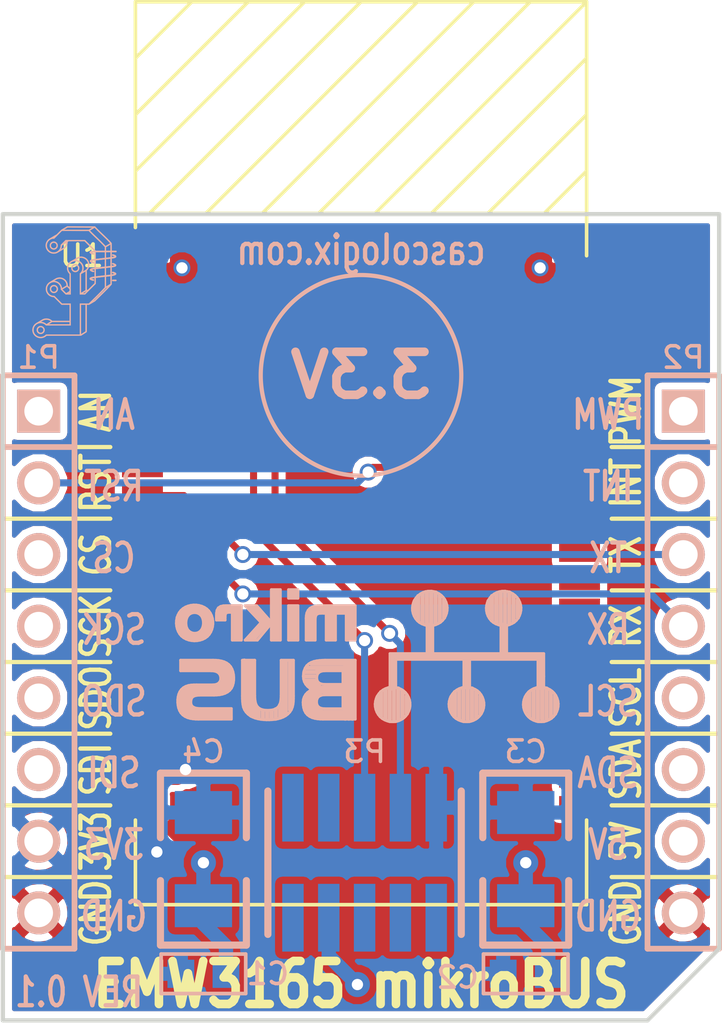
<source format=kicad_pcb>
(kicad_pcb (version 4) (host pcbnew 4.0.4-stable)
  (title_block (title "EMW3165 mikroBUS") (date 2016-12-10) (rev 0.1) (company "Casco Logix, LLC"))
  (layers (0 F.Cu signal) (31 B.Cu signal) (34 B.Paste user) (35 F.Paste user) (36 B.SilkS user) (37 F.SilkS user) (38 B.Mask user) (39 F.Mask user) (44 Edge.Cuts user))
  (net 0 "")
  (net 1 +3.3V)
  (net 2 GND)
  (net 3 MOSI)
  (net 4 SCK)
  (net 5 CS)
  (net 6 RST)
  (net 7 AN)
  (net 8 MISO)
  (net 9 SDA)
  (net 10 USART1_TX)
  (net 11 USART1_RX)
  (net 12 INT)
  (net 13 PWM)
  (net 14 +5V)
  (net 15 SCL)
  (net 16 JTRST)
  (net 17 5V)
  (net 18 JTCK/SWCLK)
  (net 19 SWIM)
  (net 20 JTMS/SWDIO)
  (net 21 JTDO)
  (net 22 SWIM_RST)
  (net 23 JTDI)
  (net 24 "Net-(U1-Pad1)")
  (net 25 "Net-(U1-Pad2)")
  (net 26 "Net-(U1-Pad3)")
  (net 27 FLASH_SPI1_MOSI)
  (net 28 FLASH_SPI1_NSS)
  (net 29 FLASH_SPI1_SCK)
  (net 30 FLASH_SPI1_MISO)
  (net 31 USART2_TX)
  (net 32 USART2_RTS)
  (net 33 "Net-(U1-Pad10)")
  (net 34 "Net-(U1-Pad11)")
  (net 35 USART2_RX)
  (net 36 "Net-(U1-Pad14)")
  (net 37 "Net-(U1-Pad15)")
  (net 38 "Net-(U1-Pad16)")
  (net 39 "Net-(U1-Pad17)")
  (net 40 "Net-(U1-Pad18)")
  (net 41 "Net-(U1-Pad19)")
  (net 42 "Net-(U1-Pad22)")
  (net 43 "Net-(U1-Pad23)")
  (net 44 "Net-(U1-Pad24)")
  (net 45 USART1_RTS)
  (net 46 "Net-(U1-Pad28)")
  (net 47 "Net-(U1-Pad31)")
  (net 48 "Net-(U1-Pad32)")
  (net 49 "Net-(U1-Pad33)")
  (net 50 "Net-(U1-Pad34)")
  (net 51 USART1_CTS)
  (net 52 "Net-(U1-Pad36)")
  (net 53 "Net-(U1-Pad37)")
  (net 54 USART2_CTS)
  (net 55 "Net-(U1-Pad41)")
  (module Header:HEADER_M_2.54MM_1R8P_ST_AU_PTH (layer B.Cu) (at 135.128 113.665 270)
    (fp_text reference P2 (at -10.795 0 360) (layer B.SilkS) (effects (font (size 0.762 0.762) (thickness 0.127)) (justify mirror)))
    (fp_text value HEADER_M_2.54MM_1R8P_ST_AU_PTH hide)
    (pad 6 thru_hole circle (at 3.81 0 270) (size 1.524 1.524) (drill 1.016) (layers *.Cu *.Mask B.SilkS) (net 9 SDA))
    (pad 4 thru_hole circle (at -1.27 0 270) (size 1.524 1.524) (drill 1.016) (layers *.Cu *.Mask B.SilkS) (net 10 USART1_TX))
    (pad 3 thru_hole circle (at -3.81 0 270) (size 1.524 1.524) (drill 1.016) (layers *.Cu *.Mask B.SilkS) (net 11 USART1_RX))
    (pad 2 thru_hole circle (at -6.35 0 270) (size 1.524 1.524) (drill 1.016) (layers *.Cu *.Mask B.SilkS) (net 12 INT))
    (pad 1 thru_hole rect (at -8.89 0 270) (size 1.524 1.524) (drill 1.016) (layers *.Cu *.Mask B.SilkS) (net 13 PWM))
    (pad 7 thru_hole circle (at 6.35 0 270) (size 1.524 1.524) (drill 1.016) (layers *.Cu *.Mask B.SilkS) (net 14 +5V))
    (pad 8 thru_hole circle (at 8.89 0 270) (size 1.524 1.524) (drill 1.016) (layers *.Cu *.Mask B.SilkS) (net 2 GND))
    (pad 5 thru_hole circle (at 1.27 0 270) (size 1.524 1.524) (drill 1.016) (layers *.Cu *.Mask B.SilkS) (net 15 SCL))
  )
  (module Header:HEADER_M_2.54MM_1R8P_ST_AU_PTH (layer B.Cu) (at 112.268 113.665 270)
    (fp_text reference P1 (at -10.795 0 360) (layer B.SilkS) (effects (font (size 0.762 0.762) (thickness 0.127)) (justify mirror)))
    (fp_text value HEADER_M_2.54MM_1R8P_ST_AU_PTH hide)
    (pad 6 thru_hole circle (at 3.81 0 270) (size 1.524 1.524) (drill 1.016) (layers *.Cu *.Mask B.SilkS) (net 3 MOSI))
    (pad 4 thru_hole circle (at -1.27 0 270) (size 1.524 1.524) (drill 1.016) (layers *.Cu *.Mask B.SilkS) (net 4 SCK))
    (pad 3 thru_hole circle (at -3.81 0 270) (size 1.524 1.524) (drill 1.016) (layers *.Cu *.Mask B.SilkS) (net 5 CS))
    (pad 2 thru_hole circle (at -6.35 0 270) (size 1.524 1.524) (drill 1.016) (layers *.Cu *.Mask B.SilkS) (net 6 RST))
    (pad 1 thru_hole rect (at -8.89 0 270) (size 1.524 1.524) (drill 1.016) (layers *.Cu *.Mask B.SilkS) (net 7 AN))
    (pad 7 thru_hole circle (at 6.35 0 270) (size 1.524 1.524) (drill 1.016) (layers *.Cu *.Mask B.SilkS) (net 1 +3.3V))
    (pad 8 thru_hole circle (at 8.89 0 270) (size 1.524 1.524) (drill 1.016) (layers *.Cu *.Mask B.SilkS) (net 2 GND))
    (pad 5 thru_hole circle (at 1.27 0 270) (size 1.524 1.524) (drill 1.016) (layers *.Cu *.Mask B.SilkS) (net 8 MISO))
  )
  (module Logo:mikroBUS_Small (layer B.Cu) (at 123.698 113.538 180)
    (fp_text reference "" hide)
    (fp_text value "" hide)
  )
  (module RF_Modules:EMW3165_SMT (layer F.Cu) (at 123.698 106.265)
    (fp_text reference U1 (at -9.9 -7) (layer F.SilkS) (effects (font (size 0.762 0.762) (thickness 0.127))))
    (fp_text value EMW3165)
    (pad 1 smd rect (at 8 12.5) (size 1.45 0.7) (drill (offset -0.25 0)) (layers F.Cu F.Paste F.Mask) (net 24 "Net-(U1-Pad1)"))
    (pad 2 smd rect (at 8 11.5) (size 1.45 0.7) (drill (offset -0.25 0)) (layers F.Cu F.Paste F.Mask) (net 25 "Net-(U1-Pad2)"))
    (pad 3 smd rect (at 8 10.5) (size 1.45 0.7) (drill (offset -0.25 0)) (layers F.Cu F.Paste F.Mask) (net 26 "Net-(U1-Pad3)"))
    (pad 4 smd rect (at 8 9.5) (size 1.45 0.7) (drill (offset -0.25 0)) (layers F.Cu F.Paste F.Mask) (net 27 FLASH_SPI1_MOSI))
    (pad 5 smd rect (at 8 8.5) (size 1.45 0.7) (drill (offset -0.25 0)) (layers F.Cu F.Paste F.Mask) (net 28 FLASH_SPI1_NSS))
    (pad 6 smd rect (at 8 7.5) (size 1.45 0.7) (drill (offset -0.25 0)) (layers F.Cu F.Paste F.Mask) (net 29 FLASH_SPI1_SCK))
    (pad 7 smd rect (at 8 6.5) (size 1.45 0.7) (drill (offset -0.25 0)) (layers F.Cu F.Paste F.Mask) (net 30 FLASH_SPI1_MISO))
    (pad 8 smd rect (at 8 5.5) (size 1.45 0.7) (drill (offset -0.25 0)) (layers F.Cu F.Paste F.Mask) (net 31 USART2_TX))
    (pad 9 smd rect (at 8 4.5) (size 1.45 0.7) (drill (offset -0.25 0)) (layers F.Cu F.Paste F.Mask) (net 32 USART2_RTS))
    (pad 10 smd rect (at 8 3.5) (size 1.45 0.7) (drill (offset -0.25 0)) (layers F.Cu F.Paste F.Mask) (net 33 "Net-(U1-Pad10)"))
    (pad 11 smd rect (at 8 2.5) (size 1.45 0.7) (drill (offset -0.25 0)) (layers F.Cu F.Paste F.Mask) (net 34 "Net-(U1-Pad11)"))
    (pad 12 smd rect (at 8 1.5) (size 1.45 0.7) (drill (offset -0.25 0)) (layers F.Cu F.Paste F.Mask) (net 35 USART2_RX))
    (pad 13 smd rect (at 8 0.5) (size 1.45 0.7) (drill (offset -0.25 0)) (layers F.Cu F.Paste F.Mask) (net 6 RST))
    (pad 14 smd rect (at 8 -0.5) (size 1.45 0.7) (drill (offset -0.25 0)) (layers F.Cu F.Paste F.Mask) (net 36 "Net-(U1-Pad14)"))
    (pad 15 smd rect (at 8 -1.5) (size 1.45 0.7) (drill (offset -0.25 0)) (layers F.Cu F.Paste F.Mask) (net 37 "Net-(U1-Pad15)"))
    (pad 16 smd rect (at 8 -2.5) (size 1.45 0.7) (drill (offset -0.25 0)) (layers F.Cu F.Paste F.Mask) (net 38 "Net-(U1-Pad16)"))
    (pad 17 smd rect (at 8 -3.5) (size 1.45 0.7) (drill (offset -0.25 0)) (layers F.Cu F.Paste F.Mask) (net 39 "Net-(U1-Pad17)"))
    (pad 18 smd rect (at 8 -4.5) (size 1.45 0.7) (drill (offset -0.25 0)) (layers F.Cu F.Paste F.Mask) (net 40 "Net-(U1-Pad18)"))
    (pad 19 smd rect (at 8 -5.5) (size 1.45 0.7) (drill (offset -0.25 0)) (layers F.Cu F.Paste F.Mask) (net 41 "Net-(U1-Pad19)"))
    (pad 20 smd rect (at 8 -6.5) (size 1.45 0.7) (drill (offset -0.25 0)) (layers F.Cu F.Paste F.Mask) (net 2 GND))
    (pad 21 smd rect (at -8 -6.5) (size 1.45 0.7) (drill (offset 0.25 0)) (layers F.Cu F.Paste F.Mask) (net 2 GND))
    (pad 22 smd rect (at -8 -5.5) (size 1.45 0.7) (drill (offset 0.25 0)) (layers F.Cu F.Paste F.Mask) (net 42 "Net-(U1-Pad22)"))
    (pad 23 smd rect (at -8 -4.5) (size 1.45 0.7) (drill (offset 0.25 0)) (layers F.Cu F.Paste F.Mask) (net 43 "Net-(U1-Pad23)"))
    (pad 24 smd rect (at -8 -3.5) (size 1.45 0.7) (drill (offset 0.25 0)) (layers F.Cu F.Paste F.Mask) (net 44 "Net-(U1-Pad24)"))
    (pad 25 smd rect (at -8 -2.5) (size 1.45 0.7) (drill (offset 0.25 0)) (layers F.Cu F.Paste F.Mask) (net 18 JTCK/SWCLK))
    (pad 26 smd rect (at -8 -1.5) (size 1.45 0.7) (drill (offset 0.25 0)) (layers F.Cu F.Paste F.Mask) (net 20 JTMS/SWDIO))
    (pad 27 smd rect (at -8 -0.5) (size 1.45 0.7) (drill (offset 0.25 0)) (layers F.Cu F.Paste F.Mask) (net 45 USART1_RTS))
    (pad 28 smd rect (at -8 0.5) (size 1.45 0.7) (drill (offset 0.25 0)) (layers F.Cu F.Paste F.Mask) (net 46 "Net-(U1-Pad28)"))
    (pad 29 smd rect (at -8 1.5) (size 1.45 0.7) (drill (offset 0.25 0)) (layers F.Cu F.Paste F.Mask) (net 11 USART1_RX))
    (pad 30 smd rect (at -8 2.5) (size 1.45 0.7) (drill (offset 0.25 0)) (layers F.Cu F.Paste F.Mask) (net 10 USART1_TX))
    (pad 31 smd rect (at -8 3.5) (size 1.45 0.7) (drill (offset 0.25 0)) (layers F.Cu F.Paste F.Mask) (net 47 "Net-(U1-Pad31)"))
    (pad 32 smd rect (at -8 4.5) (size 1.45 0.7) (drill (offset 0.25 0)) (layers F.Cu F.Paste F.Mask) (net 48 "Net-(U1-Pad32)"))
    (pad 33 smd rect (at -8 5.5) (size 1.45 0.7) (drill (offset 0.25 0)) (layers F.Cu F.Paste F.Mask) (net 49 "Net-(U1-Pad33)"))
    (pad 34 smd rect (at -8 6.5) (size 1.45 0.7) (drill (offset 0.25 0)) (layers F.Cu F.Paste F.Mask) (net 50 "Net-(U1-Pad34)"))
    (pad 35 smd rect (at -8 7.5) (size 1.45 0.7) (drill (offset 0.25 0)) (layers F.Cu F.Paste F.Mask) (net 51 USART1_CTS))
    (pad 36 smd rect (at -8 8.5) (size 1.45 0.7) (drill (offset 0.25 0)) (layers F.Cu F.Paste F.Mask) (net 52 "Net-(U1-Pad36)"))
    (pad 37 smd rect (at -8 9.5) (size 1.45 0.7) (drill (offset 0.25 0)) (layers F.Cu F.Paste F.Mask) (net 53 "Net-(U1-Pad37)"))
    (pad 38 smd rect (at -8 10.5) (size 1.45 0.7) (drill (offset 0.25 0)) (layers F.Cu F.Paste F.Mask) (net 54 USART2_CTS))
    (pad 39 smd rect (at -8 11.5) (size 1.45 0.7) (drill (offset 0.25 0)) (layers F.Cu F.Paste F.Mask) (net 1 +3.3V))
    (pad 40 smd rect (at -8 12.5) (size 1.45 0.7) (drill (offset 0.25 0)) (layers F.Cu F.Paste F.Mask) (net 1 +3.3V))
    (pad 41 smd rect (at -8 -7.5) (size 1.45 0.7) (drill (offset 0.25 0)) (layers F.Cu F.Paste F.Mask) (net 55 "Net-(U1-Pad41)"))
  )
  (module Logo:Casco_Logix_Logo_4x4MM (layer B.Cu) (at 113.538 100.203 180)
    (fp_text reference G1 hide)
    (fp_text value LOGO hide)
  )
  (module Passive:0603 (layer B.Cu) (at 118.11 124.714)
    (fp_text reference C1 (at 2.286 0) (layer B.SilkS) (effects (font (size 0.762 0.762) (thickness 0.127)) (justify mirror)))
    (fp_text value 0.1uF)
    (pad 1 smd rect (at -0.8 0) (size 0.95 1) (layers B.Cu B.Paste B.Mask) (net 1 +3.3V))
    (pad 2 smd rect (at 0.8 0) (size 0.95 1) (layers B.Cu B.Paste B.Mask) (net 2 GND))
  )
  (module Passive:0603 (layer B.Cu) (at 129.54 124.714)
    (fp_text reference C2 (at -2.413 0.127) (layer B.SilkS) (effects (font (size 0.762 0.762) (thickness 0.127)) (justify mirror)))
    (fp_text value 1uF)
    (pad 1 smd rect (at -0.8 0) (size 0.95 1) (layers B.Cu B.Paste B.Mask) (net 1 +3.3V))
    (pad 2 smd rect (at 0.8 0) (size 0.95 1) (layers B.Cu B.Paste B.Mask) (net 2 GND))
  )
  (module Passive:1206 (layer B.Cu) (at 129.54 120.65 270)
    (fp_text reference C3 (at -3.81 0 360) (layer B.SilkS) (effects (font (size 0.762 0.762) (thickness 0.127)) (justify mirror)))
    (fp_text value 47uF hide)
    (pad 1 smd rect (at -1.651 0 270) (size 1.524 2.032) (layers B.Cu B.Paste B.Mask) (net 1 +3.3V))
    (pad 2 smd rect (at 1.651 0 270) (size 1.524 2.032) (layers B.Cu B.Paste B.Mask) (net 2 GND))
  )
  (module Passive:1206 (layer B.Cu) (at 118.11 120.65 270)
    (fp_text reference C4 (at -3.81 0 360) (layer B.SilkS) (effects (font (size 0.762 0.762) (thickness 0.127)) (justify mirror)))
    (fp_text value 47uF hide)
    (pad 1 smd rect (at -1.651 0 270) (size 1.524 2.032) (layers B.Cu B.Paste B.Mask) (net 1 +3.3V))
    (pad 2 smd rect (at 1.651 0 270) (size 1.524 2.032) (layers B.Cu B.Paste B.Mask) (net 2 GND))
  )
  (module Header:HEADER_M_1.27MM_2R10P_ST_AU_SMT (layer B.Cu) (at 123.825 120.777 180)
    (fp_text reference P3 (at 0 3.937 180) (layer B.SilkS) (effects (font (size 0.762 0.762) (thickness 0.127)) (justify mirror)))
    (fp_text value JTAG hide)
    (pad 1 smd rect (at -2.54 -1.95 180) (size 0.76 2.4) (layers B.Cu B.Paste B.Mask) (net 16 JTRST))
    (pad 2 smd rect (at -2.54 1.95 180) (size 0.76 2.4) (layers B.Cu B.Paste B.Mask) (net 1 +3.3V))
    (pad 3 smd rect (at -1.27 -1.95 180) (size 0.76 2.4) (layers B.Cu B.Paste B.Mask) (net 17 5V))
    (pad 4 smd rect (at -1.27 1.95 180) (size 0.76 2.4) (layers B.Cu B.Paste B.Mask) (net 18 JTCK/SWCLK))
    (pad 5 smd rect (at 0 -1.95 180) (size 0.76 2.4) (layers B.Cu B.Paste B.Mask) (net 19 SWIM))
    (pad 6 smd rect (at 0 1.95 180) (size 0.76 2.4) (layers B.Cu B.Paste B.Mask) (net 20 JTMS/SWDIO))
    (pad 7 smd rect (at 1.27 -1.95 180) (size 0.76 2.4) (layers B.Cu B.Paste B.Mask) (net 2 GND))
    (pad 8 smd rect (at 1.27 1.95 180) (size 0.76 2.4) (layers B.Cu B.Paste B.Mask) (net 21 JTDO))
    (pad 9 smd rect (at 2.54 -1.95 180) (size 0.76 2.4) (layers B.Cu B.Paste B.Mask) (net 22 SWIM_RST))
    (pad 10 smd rect (at 2.54 1.95 180) (size 0.76 2.4) (layers B.Cu B.Paste B.Mask) (net 23 JTDI))
  )
  (gr_circle (center 123.698 103.505) (end 127.254 103.505) (layer B.SilkS) (width 0.15))
  (gr_text 3.3V (at 123.698 103.505) (layer B.SilkS) (effects (font (thickness 0.3048)) (justify mirror)))
  (gr_text GND (at 132.461 122.682) (layer B.SilkS) (effects (font (size 1.016 0.762) (thickness 0.1524)) (justify mirror)))
  (gr_text 5V (at 132.461 120.142) (layer B.SilkS) (effects (font (size 1.016 0.762) (thickness 0.1524)) (justify mirror)))
  (gr_text SDA (at 132.461 117.602) (layer B.SilkS) (effects (font (size 1.016 0.762) (thickness 0.1524)) (justify mirror)))
  (gr_text SCL (at 132.461 115.062) (layer B.SilkS) (effects (font (size 1.016 0.762) (thickness 0.1524)) (justify mirror)))
  (gr_text RX (at 132.461 112.522) (layer B.SilkS) (effects (font (size 1.016 0.762) (thickness 0.1524)) (justify mirror)))
  (gr_text TX (at 132.461 109.982) (layer B.SilkS) (effects (font (size 1.016 0.762) (thickness 0.1524)) (justify mirror)))
  (gr_text INT (at 132.461 107.442) (layer B.SilkS) (effects (font (size 1.016 0.762) (thickness 0.1524)) (justify mirror)))
  (gr_text PWM (at 132.461 104.902) (layer B.SilkS) (effects (font (size 1.016 0.762) (thickness 0.1524)) (justify mirror)))
  (gr_text AN (at 114.935 104.902) (layer B.SilkS) (effects (font (size 1.016 0.762) (thickness 0.1524)) (justify mirror)))
  (gr_text RST (at 114.935 107.442) (layer B.SilkS) (effects (font (size 1.016 0.762) (thickness 0.1524)) (justify mirror)))
  (gr_text CS (at 114.935 109.982) (layer B.SilkS) (effects (font (size 1.016 0.762) (thickness 0.1524)) (justify mirror)))
  (gr_text SCK (at 114.935 112.522) (layer B.SilkS) (effects (font (size 1.016 0.762) (thickness 0.1524)) (justify mirror)))
  (gr_text SDO (at 114.935 115.062) (layer B.SilkS) (effects (font (size 1.016 0.762) (thickness 0.1524)) (justify mirror)))
  (gr_text SDI (at 114.935 117.602) (layer B.SilkS) (effects (font (size 1.016 0.762) (thickness 0.1524)) (justify mirror)))
  (gr_text 3V3 (at 114.935 120.142) (layer B.SilkS) (effects (font (size 1.016 0.762) (thickness 0.1524)) (justify mirror)))
  (gr_text GND (at 114.935 122.682) (layer B.SilkS) (effects (font (size 1.016 0.762) (thickness 0.1524)) (justify mirror)))
  (gr_text cascologix.com (at 123.698 99.06) (layer B.SilkS) (effects (font (size 1.016 0.762) (thickness 0.1524)) (justify mirror)))
  (gr_text "REV 0.1" (at 113.698 125.365) (layer B.SilkS) (effects (font (size 1.016 0.762) (thickness 0.1524)) (justify mirror)))
  (gr_text "EMW3165 mikroBUS" (at 123.698 125.095) (layer F.SilkS) (effects (font (size 1.524 1.27) (thickness 0.3048))))
  (gr_text PWM (at 133.096 104.775 90) (layer F.SilkS) (effects (font (size 1.016 0.762) (thickness 0.1524))))
  (gr_text INT (at 133.096 107.315 90) (layer F.SilkS) (effects (font (size 1.016 0.762) (thickness 0.1524))))
  (gr_text TX (at 133.096 109.855 90) (layer F.SilkS) (effects (font (size 1.016 0.762) (thickness 0.1524))))
  (gr_text RX (at 133.096 112.395 90) (layer F.SilkS) (effects (font (size 1.016 0.762) (thickness 0.1524))))
  (gr_text SCL (at 133.096 114.935 90) (layer F.SilkS) (effects (font (size 1.016 0.762) (thickness 0.1524))))
  (gr_text SDA (at 133.096 117.475 90) (layer F.SilkS) (effects (font (size 1.016 0.762) (thickness 0.1524))))
  (gr_text 5V (at 133.096 120.015 90) (layer F.SilkS) (effects (font (size 1.016 0.762) (thickness 0.1524))))
  (gr_text GND (at 133.096 122.555 90) (layer F.SilkS) (effects (font (size 1.016 0.762) (thickness 0.1524))))
  (gr_text GND (at 114.3 122.555 90) (layer F.SilkS) (effects (font (size 1.016 0.762) (thickness 0.1524))))
  (gr_text 3V3 (at 114.3 120.015 90) (layer F.SilkS) (effects (font (size 1.016 0.762) (thickness 0.1524))))
  (gr_text SDI (at 114.3 117.475 90) (layer F.SilkS) (effects (font (size 1.016 0.762) (thickness 0.1524))))
  (gr_text SDO (at 114.3 114.935 90) (layer F.SilkS) (effects (font (size 1.016 0.762) (thickness 0.1524))))
  (gr_text SCK (at 114.3 112.395 90) (layer F.SilkS) (effects (font (size 1.016 0.762) (thickness 0.1524))))
  (gr_text CS (at 114.3 109.855 90) (layer F.SilkS) (effects (font (size 1.016 0.762) (thickness 0.1524))))
  (gr_text RST (at 114.3 107.315 90) (layer F.SilkS) (effects (font (size 1.016 0.762) (thickness 0.1524))))
  (gr_text AN (at 114.3 104.775 90) (layer F.SilkS) (effects (font (size 1.016 0.762) (thickness 0.1524))))
  (gr_line (start 132.588 106.045) (end 136.398 106.045) (angle 90) (layer F.SilkS) (width 0.15))
  (gr_line (start 132.588 108.585) (end 136.398 108.585) (angle 90) (layer F.SilkS) (width 0.15))
  (gr_line (start 132.588 111.125) (end 136.398 111.125) (angle 90) (layer F.SilkS) (width 0.15))
  (gr_line (start 132.588 113.665) (end 136.398 113.665) (angle 90) (layer F.SilkS) (width 0.15))
  (gr_line (start 132.588 116.205) (end 136.398 116.205) (angle 90) (layer F.SilkS) (width 0.15))
  (gr_line (start 132.588 118.745) (end 136.398 118.745) (angle 90) (layer F.SilkS) (width 0.15))
  (gr_line (start 136.398 121.285) (end 132.588 121.285) (angle 90) (layer F.SilkS) (width 0.15))
  (gr_line (start 110.998 121.285) (end 114.808 121.285) (angle 90) (layer F.SilkS) (width 0.15))
  (gr_line (start 110.998 118.745) (end 114.808 118.745) (angle 90) (layer F.SilkS) (width 0.15))
  (gr_line (start 110.998 113.665) (end 114.808 113.665) (angle 90) (layer F.SilkS) (width 0.15))
  (gr_line (start 110.998 111.125) (end 114.808 111.125) (angle 90) (layer F.SilkS) (width 0.15))
  (gr_line (start 110.998 108.585) (end 114.808 108.585) (angle 90) (layer F.SilkS) (width 0.15))
  (gr_line (start 110.998 106.045) (end 114.808 106.045) (angle 90) (layer F.SilkS) (width 0.15))
  (gr_line (start 110.998 116.205) (end 114.808 116.205) (angle 90) (layer F.SilkS) (width 0.15))
  (gr_line (start 133.858 126.365) (end 110.998 126.365) (angle 90) (layer Edge.Cuts) (width 0.15))
  (gr_line (start 136.398 123.825) (end 133.858 126.365) (angle 90) (layer Edge.Cuts) (width 0.15))
  (gr_line (start 136.398 97.79) (end 136.398 123.825) (angle 90) (layer Edge.Cuts) (width 0.15))
  (gr_line (start 110.998 97.79) (end 110.998 126.365) (angle 90) (layer Edge.Cuts) (width 0.15))
  (gr_line (start 136.398 97.79) (end 110.998 97.79) (angle 90) (layer Edge.Cuts) (width 0.15))
  (segment (start 115.698 117.765) (end 117.185 117.765) (width 0.508) (layer F.Cu) (net 1))
  (via (at 117.475 117.475) (size 0.889) (drill 0.4) (layers F.Cu B.Cu) (net 1))
  (segment (start 117.185 117.765) (end 117.475 117.475) (width 0.508) (layer F.Cu) (net 1))
  (segment (start 115.698 118.765) (end 115.698 119.635) (width 0.508) (layer F.Cu) (net 1))
  (via (at 116.459 120.396) (size 0.889) (drill 0.4) (layers F.Cu B.Cu) (net 1))
  (segment (start 115.698 119.635) (end 116.459 120.396) (width 0.508) (layer F.Cu) (net 1))
  (segment (start 118.11 122.301) (end 118.11 122.936) (width 0.508) (layer B.Cu) (net 2))
  (segment (start 118.11 122.936) (end 118.91 123.736) (width 0.508) (layer B.Cu) (net 2))
  (segment (start 118.91 123.736) (end 118.91 124.714) (width 0.508) (layer B.Cu) (net 2))
  (segment (start 118.11 122.301) (end 118.11 120.777) (width 0.508) (layer B.Cu) (net 2))
  (via (at 118.11 120.777) (size 0.889) (drill 0.4) (layers F.Cu B.Cu) (net 2))
  (segment (start 129.54 122.301) (end 129.54 122.936) (width 0.508) (layer B.Cu) (net 2))
  (segment (start 129.54 122.936) (end 130.34 123.736) (width 0.508) (layer B.Cu) (net 2))
  (segment (start 130.34 123.736) (end 130.34 124.714) (width 0.508) (layer B.Cu) (net 2))
  (segment (start 129.54 122.301) (end 129.54 120.777) (width 0.508) (layer B.Cu) (net 2))
  (via (at 129.54 120.777) (size 0.889) (drill 0.4) (layers F.Cu B.Cu) (net 2))
  (segment (start 122.555 122.727) (end 122.555 124.079) (width 0.508) (layer B.Cu) (net 2))
  (via (at 123.571 125.095) (size 0.889) (drill 0.4) (layers F.Cu B.Cu) (net 2))
  (segment (start 122.555 124.079) (end 123.571 125.095) (width 0.508) (layer B.Cu) (net 2))
  (segment (start 131.698 99.765) (end 130.118 99.765) (width 0.25) (layer F.Cu) (net 2))
  (via (at 130.048 99.695) (size 0.6) (drill 0.4) (layers F.Cu B.Cu) (net 2))
  (segment (start 130.118 99.765) (end 130.048 99.695) (width 0.25) (layer F.Cu) (net 2))
  (segment (start 115.698 99.765) (end 117.278 99.765) (width 0.25) (layer F.Cu) (net 2))
  (via (at 117.348 99.695) (size 0.6) (drill 0.4) (layers F.Cu B.Cu) (net 2))
  (segment (start 117.278 99.765) (end 117.348 99.695) (width 0.25) (layer F.Cu) (net 2))
  (segment (start 112.268 107.315) (end 123.571 107.315) (width 0.25) (layer B.Cu) (net 6))
  (segment (start 124.121 106.765) (end 131.698 106.765) (width 0.25) (layer F.Cu) (net 6))
  (segment (start 123.952 106.934) (end 124.121 106.765) (width 0.25) (layer F.Cu) (net 6))
  (via (at 123.952 106.934) (size 0.6) (drill 0.4) (layers F.Cu B.Cu) (net 6))
  (segment (start 123.571 107.315) (end 123.952 106.934) (width 0.25) (layer B.Cu) (net 6))
  (segment (start 115.698 108.765) (end 117.02 108.765) (width 0.25) (layer F.Cu) (net 10))
  (segment (start 133.985 111.252) (end 135.128 112.395) (width 0.25) (layer B.Cu) (net 10))
  (segment (start 119.507 111.252) (end 133.985 111.252) (width 0.25) (layer B.Cu) (net 10))
  (via (at 119.507 111.252) (size 0.6) (drill 0.4) (layers F.Cu B.Cu) (net 10))
  (segment (start 117.02 108.765) (end 119.507 111.252) (width 0.25) (layer F.Cu) (net 10))
  (segment (start 115.698 107.765) (end 117.417 107.765) (width 0.25) (layer F.Cu) (net 11))
  (segment (start 119.507 109.855) (end 135.128 109.855) (width 0.25) (layer B.Cu) (net 11))
  (via (at 119.507 109.855) (size 0.6) (drill 0.4) (layers F.Cu B.Cu) (net 11))
  (segment (start 117.417 107.765) (end 119.507 109.855) (width 0.25) (layer F.Cu) (net 11))
  (segment (start 115.698 103.765) (end 118.497 103.765) (width 0.25) (layer F.Cu) (net 18))
  (segment (start 125.095 113.03) (end 125.095 118.827) (width 0.25) (layer B.Cu) (net 18))
  (segment (start 124.714 112.649) (end 125.095 113.03) (width 0.25) (layer B.Cu) (net 18))
  (via (at 124.714 112.649) (size 0.6) (drill 0.4) (layers F.Cu B.Cu) (net 18))
  (segment (start 120.65 108.585) (end 124.714 112.649) (width 0.25) (layer F.Cu) (net 18))
  (segment (start 120.65 105.918) (end 120.65 108.585) (width 0.25) (layer F.Cu) (net 18))
  (segment (start 118.497 103.765) (end 120.65 105.918) (width 0.25) (layer F.Cu) (net 18))
  (segment (start 115.698 104.765) (end 118.1 104.765) (width 0.25) (layer F.Cu) (net 20))
  (segment (start 123.825 112.903) (end 123.825 118.827) (width 0.25) (layer B.Cu) (net 20))
  (via (at 123.825 112.903) (size 0.6) (drill 0.4) (layers F.Cu B.Cu) (net 20))
  (segment (start 119.888 108.966) (end 123.825 112.903) (width 0.25) (layer F.Cu) (net 20))
  (segment (start 119.888 106.553) (end 119.888 108.966) (width 0.25) (layer F.Cu) (net 20))
  (segment (start 118.1 104.765) (end 119.888 106.553) (width 0.25) (layer F.Cu) (net 20))
  (zone (net 2) (net_name GND) (layer F.Cu) (connect_pads (clearance 0.25)) (min_thickness 0.15) (fill yes (arc_segments 16) (thermal_gap 0.25) (thermal_bridge_width 0.5))
    (polygon (pts (xy 136.398 123.825) (xy 133.858 126.365) (xy 110.998 126.365) (xy 110.998 97.79) (xy 136.398 97.79)))
  )
  (zone (net 1) (net_name +3.3V) (layer B.Cu) (connect_pads (clearance 0.25)) (min_thickness 0.15) (fill yes (arc_segments 16) (thermal_gap 0.25) (thermal_bridge_width 0.5))
    (polygon (pts (xy 136.398 123.825) (xy 133.858 126.365) (xy 110.998 126.365) (xy 110.998 97.79) (xy 136.398 97.79)))
  )
)
</source>
